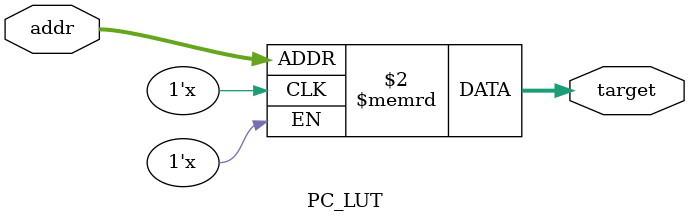
<source format=sv>
module PC_LUT #(parameter D=12)(
  input       [ 3:0]  addr,	   // target 16 values
  output logic[D-1:0] target);

  logic [D-1:0] core [16];
always_comb begin
	target = core[addr];

	//Useful for Testing, but use testbench to set LUT values in final code
	// case(addr)
	// 	0: target = 0;   
	// 	1: target = 37;   
	// 	2: target = 64;   
	// 	3: target = 72;
	// 	4: target = 79;
	// 	5: target = 16;
	// 	6: target = 14;
	// 	7: target = 1;
	// 	8: target = 0;
	// 	9: target = 0;
	// 	10: target = 0;
	// 	11: target = 0;
	// 	12: target = 0;
	// 	13: target = 0;
	// 	14: target = 0;
	// 	15: target = 0;
	// endcase
end
endmodule

/*

	   pc = 4    0000_0000_0100	  4
	             1111_1111_1111	 -1

                 0000_0000_0011   3

				 (a+b)%(2**12)


   	  1111_1111_1011      -5
      0000_0001_0100     +20
	  1111_1111_1111      -1
	  0000_0000_0000     + 0


  */

</source>
